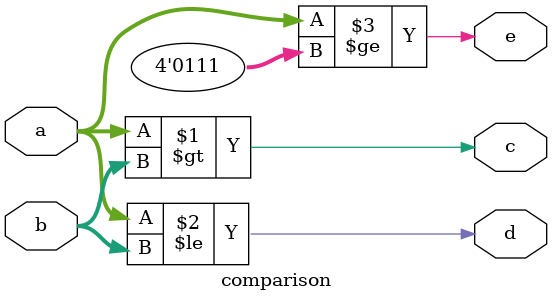
<source format=v>
module comparison( input [3:0] a, input [3:0] b, output c, output d, output e);
assign c = a > b;
assign d = a <= b;
assign e = a >= 4'b0111;
endmodule


</source>
